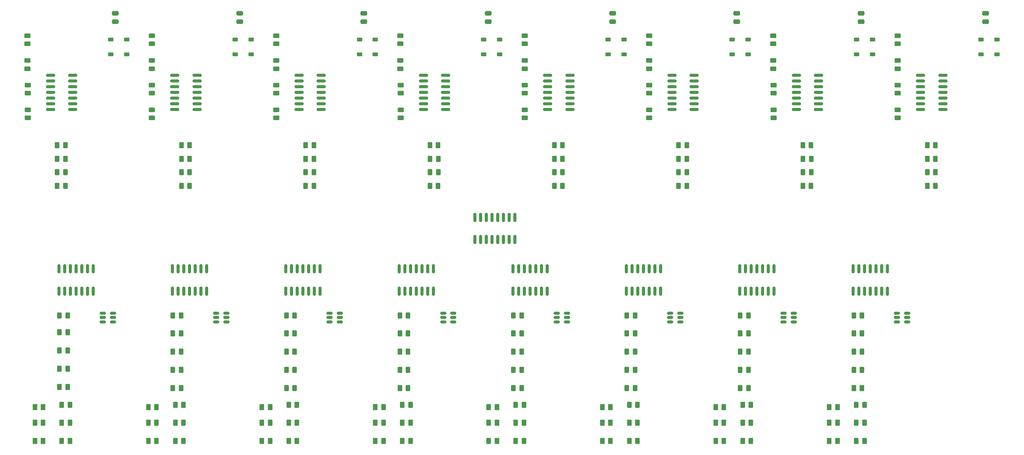
<source format=gbr>
%TF.GenerationSoftware,KiCad,Pcbnew,8.0.8-8.0.8-0~ubuntu24.04.1*%
%TF.CreationDate,2025-02-26T09:10:27-05:00*%
%TF.ProjectId,Oblique Palette 0.5.1 PCB Main,4f626c69-7175-4652-9050-616c65747465,rev?*%
%TF.SameCoordinates,Original*%
%TF.FileFunction,Paste,Bot*%
%TF.FilePolarity,Positive*%
%FSLAX46Y46*%
G04 Gerber Fmt 4.6, Leading zero omitted, Abs format (unit mm)*
G04 Created by KiCad (PCBNEW 8.0.8-8.0.8-0~ubuntu24.04.1) date 2025-02-26 09:10:27*
%MOMM*%
%LPD*%
G01*
G04 APERTURE LIST*
G04 Aperture macros list*
%AMRoundRect*
0 Rectangle with rounded corners*
0 $1 Rounding radius*
0 $2 $3 $4 $5 $6 $7 $8 $9 X,Y pos of 4 corners*
0 Add a 4 corners polygon primitive as box body*
4,1,4,$2,$3,$4,$5,$6,$7,$8,$9,$2,$3,0*
0 Add four circle primitives for the rounded corners*
1,1,$1+$1,$2,$3*
1,1,$1+$1,$4,$5*
1,1,$1+$1,$6,$7*
1,1,$1+$1,$8,$9*
0 Add four rect primitives between the rounded corners*
20,1,$1+$1,$2,$3,$4,$5,0*
20,1,$1+$1,$4,$5,$6,$7,0*
20,1,$1+$1,$6,$7,$8,$9,0*
20,1,$1+$1,$8,$9,$2,$3,0*%
G04 Aperture macros list end*
%ADD10RoundRect,0.250000X0.262500X0.450000X-0.262500X0.450000X-0.262500X-0.450000X0.262500X-0.450000X0*%
%ADD11RoundRect,0.250000X-0.450000X0.262500X-0.450000X-0.262500X0.450000X-0.262500X0.450000X0.262500X0*%
%ADD12RoundRect,0.250000X-0.262500X-0.450000X0.262500X-0.450000X0.262500X0.450000X-0.262500X0.450000X0*%
%ADD13RoundRect,0.150000X0.512500X0.150000X-0.512500X0.150000X-0.512500X-0.150000X0.512500X-0.150000X0*%
%ADD14RoundRect,0.150000X0.150000X-0.825000X0.150000X0.825000X-0.150000X0.825000X-0.150000X-0.825000X0*%
%ADD15RoundRect,0.225000X-0.375000X0.225000X-0.375000X-0.225000X0.375000X-0.225000X0.375000X0.225000X0*%
%ADD16RoundRect,0.150000X0.825000X0.150000X-0.825000X0.150000X-0.825000X-0.150000X0.825000X-0.150000X0*%
%ADD17RoundRect,0.250000X0.475000X-0.250000X0.475000X0.250000X-0.475000X0.250000X-0.475000X-0.250000X0*%
G04 APERTURE END LIST*
D10*
%TO.C,R116*%
X130452500Y-116710000D03*
X128627500Y-116710000D03*
%TD*%
D11*
%TO.C,R22*%
X75314000Y-35987500D03*
X75314000Y-37812500D03*
%TD*%
D10*
%TO.C,R121*%
X155162500Y-96810000D03*
X153337500Y-96810000D03*
%TD*%
D12*
%TO.C,R31*%
X109542500Y-54910000D03*
X111367500Y-54910000D03*
%TD*%
D11*
%TO.C,R18*%
X75343000Y-46987500D03*
X75343000Y-48812500D03*
%TD*%
D10*
%TO.C,R152*%
X200202500Y-120710000D03*
X198377500Y-120710000D03*
%TD*%
%TO.C,R101*%
X104662500Y-104910000D03*
X102837500Y-104910000D03*
%TD*%
%TO.C,R136*%
X174952500Y-113210000D03*
X173127500Y-113210000D03*
%TD*%
%TO.C,R97*%
X73952500Y-120710000D03*
X72127500Y-120710000D03*
%TD*%
%TO.C,R94*%
X79952500Y-116710000D03*
X78127500Y-116710000D03*
%TD*%
%TO.C,R114*%
X124452500Y-113210000D03*
X122627500Y-113210000D03*
%TD*%
D12*
%TO.C,R2*%
X26576500Y-57910000D03*
X28401500Y-57910000D03*
%TD*%
D10*
%TO.C,R117*%
X130452500Y-120760000D03*
X128627500Y-120760000D03*
%TD*%
D11*
%TO.C,R4*%
X20029000Y-46987500D03*
X20029000Y-48812500D03*
%TD*%
D10*
%TO.C,R123*%
X155162500Y-104910000D03*
X153337500Y-104910000D03*
%TD*%
D13*
%TO.C,U11*%
X39000000Y-92310000D03*
X39000000Y-93260000D03*
X39000000Y-94210000D03*
X36725000Y-94210000D03*
X36725000Y-93260000D03*
X36725000Y-92310000D03*
%TD*%
D11*
%TO.C,R50*%
X185971000Y-46957500D03*
X185971000Y-48782500D03*
%TD*%
D10*
%TO.C,R74*%
X29452500Y-116710000D03*
X27627500Y-116710000D03*
%TD*%
D14*
%TO.C,U1*%
X128445000Y-75885000D03*
X127175000Y-75885000D03*
X125905000Y-75885000D03*
X124635000Y-75885000D03*
X123365000Y-75885000D03*
X122095000Y-75885000D03*
X120825000Y-75885000D03*
X119555000Y-75885000D03*
X119555000Y-70935000D03*
X120825000Y-70935000D03*
X122095000Y-70935000D03*
X123365000Y-70935000D03*
X124635000Y-70935000D03*
X125905000Y-70935000D03*
X127175000Y-70935000D03*
X128445000Y-70935000D03*
%TD*%
D10*
%TO.C,R79*%
X54162500Y-104910000D03*
X52337500Y-104910000D03*
%TD*%
D12*
%TO.C,R53*%
X192518500Y-57910000D03*
X194343500Y-57910000D03*
%TD*%
D15*
%TO.C,D41*%
X208021000Y-31334300D03*
X208021000Y-34634300D03*
%TD*%
D12*
%TO.C,R61*%
X220175500Y-57910000D03*
X222000500Y-57910000D03*
%TD*%
D11*
%TO.C,R52*%
X185971000Y-41487500D03*
X185971000Y-43312500D03*
%TD*%
%TO.C,R12*%
X47686000Y-41487500D03*
X47686000Y-43312500D03*
%TD*%
D10*
%TO.C,R98*%
X104662500Y-92760000D03*
X102837500Y-92760000D03*
%TD*%
D12*
%TO.C,R27*%
X109547500Y-60910000D03*
X111372500Y-60910000D03*
%TD*%
D15*
%TO.C,D29*%
X152707000Y-31334300D03*
X152707000Y-34634300D03*
%TD*%
D10*
%TO.C,R81*%
X48702500Y-113210000D03*
X46877500Y-113210000D03*
%TD*%
%TO.C,R100*%
X104662500Y-100860000D03*
X102837500Y-100860000D03*
%TD*%
D11*
%TO.C,R16*%
X47657000Y-30452500D03*
X47657000Y-32277500D03*
%TD*%
D16*
%TO.C,U4*%
X57715000Y-39290000D03*
X57715000Y-40560000D03*
X57715000Y-41830000D03*
X57715000Y-43100000D03*
X57715000Y-44370000D03*
X57715000Y-45640000D03*
X57715000Y-46910000D03*
X52765000Y-46910000D03*
X52765000Y-45640000D03*
X52765000Y-44370000D03*
X52765000Y-43100000D03*
X52765000Y-41830000D03*
X52765000Y-40560000D03*
X52765000Y-39290000D03*
%TD*%
D17*
%TO.C,C14*%
X177814000Y-27360000D03*
X177814000Y-25460000D03*
%TD*%
D10*
%TO.C,R138*%
X180952500Y-116710000D03*
X179127500Y-116710000D03*
%TD*%
D11*
%TO.C,R30*%
X102971000Y-35987500D03*
X102971000Y-37812500D03*
%TD*%
D10*
%TO.C,R141*%
X174952500Y-120710000D03*
X173127500Y-120710000D03*
%TD*%
D12*
%TO.C,R49*%
X192513500Y-63910000D03*
X194338500Y-63910000D03*
%TD*%
%TO.C,R17*%
X81885500Y-63910000D03*
X83710500Y-63910000D03*
%TD*%
D16*
%TO.C,U9*%
X196000000Y-39290000D03*
X196000000Y-40560000D03*
X196000000Y-41830000D03*
X196000000Y-43100000D03*
X196000000Y-44370000D03*
X196000000Y-45640000D03*
X196000000Y-46910000D03*
X191050000Y-46910000D03*
X191050000Y-45640000D03*
X191050000Y-44370000D03*
X191050000Y-43100000D03*
X191050000Y-41830000D03*
X191050000Y-40560000D03*
X191050000Y-39290000D03*
%TD*%
%TO.C,U7*%
X140686000Y-39290000D03*
X140686000Y-40560000D03*
X140686000Y-41830000D03*
X140686000Y-43100000D03*
X140686000Y-44370000D03*
X140686000Y-45640000D03*
X140686000Y-46910000D03*
X135736000Y-46910000D03*
X135736000Y-45640000D03*
X135736000Y-44370000D03*
X135736000Y-43100000D03*
X135736000Y-41830000D03*
X135736000Y-40560000D03*
X135736000Y-39290000D03*
%TD*%
D10*
%TO.C,R73*%
X29452500Y-112660000D03*
X27627500Y-112660000D03*
%TD*%
%TO.C,R129*%
X149702500Y-116660000D03*
X147877500Y-116660000D03*
%TD*%
D11*
%TO.C,R46*%
X158285000Y-35987500D03*
X158285000Y-37812500D03*
%TD*%
D10*
%TO.C,R125*%
X149702500Y-113210000D03*
X147877500Y-113210000D03*
%TD*%
D11*
%TO.C,R26*%
X103000000Y-46987500D03*
X103000000Y-48812500D03*
%TD*%
D10*
%TO.C,R147*%
X200202500Y-113210000D03*
X198377500Y-113210000D03*
%TD*%
%TO.C,R139*%
X180952500Y-120760000D03*
X179127500Y-120760000D03*
%TD*%
D12*
%TO.C,R11*%
X54233500Y-60910000D03*
X56058500Y-60910000D03*
%TD*%
D10*
%TO.C,R84*%
X54702500Y-112660000D03*
X52877500Y-112660000D03*
%TD*%
D12*
%TO.C,R21*%
X81890500Y-57910000D03*
X83715500Y-57910000D03*
%TD*%
%TO.C,R63*%
X220170500Y-54910000D03*
X221995500Y-54910000D03*
%TD*%
D16*
%TO.C,U3*%
X30058000Y-39290000D03*
X30058000Y-40560000D03*
X30058000Y-41830000D03*
X30058000Y-43100000D03*
X30058000Y-44370000D03*
X30058000Y-45640000D03*
X30058000Y-46910000D03*
X25108000Y-46910000D03*
X25108000Y-45640000D03*
X25108000Y-44370000D03*
X25108000Y-43100000D03*
X25108000Y-41830000D03*
X25108000Y-40560000D03*
X25108000Y-39290000D03*
%TD*%
D13*
%TO.C,U23*%
X190500000Y-92310000D03*
X190500000Y-93260000D03*
X190500000Y-94210000D03*
X188225000Y-94210000D03*
X188225000Y-93260000D03*
X188225000Y-92310000D03*
%TD*%
D12*
%TO.C,R19*%
X81890500Y-60910000D03*
X83715500Y-60910000D03*
%TD*%
D16*
%TO.C,U5*%
X85372000Y-39290000D03*
X85372000Y-40560000D03*
X85372000Y-41830000D03*
X85372000Y-43100000D03*
X85372000Y-44370000D03*
X85372000Y-45640000D03*
X85372000Y-46910000D03*
X80422000Y-46910000D03*
X80422000Y-45640000D03*
X80422000Y-44370000D03*
X80422000Y-43100000D03*
X80422000Y-41830000D03*
X80422000Y-40560000D03*
X80422000Y-39290000D03*
%TD*%
D12*
%TO.C,R9*%
X54228500Y-63910000D03*
X56053500Y-63910000D03*
%TD*%
D13*
%TO.C,U13*%
X64250000Y-92310000D03*
X64250000Y-93260000D03*
X64250000Y-94210000D03*
X61975000Y-94210000D03*
X61975000Y-93260000D03*
X61975000Y-92310000D03*
%TD*%
D10*
%TO.C,R122*%
X155162500Y-100860000D03*
X153337500Y-100860000D03*
%TD*%
D12*
%TO.C,R25*%
X109542500Y-63910000D03*
X111367500Y-63910000D03*
%TD*%
D17*
%TO.C,C16*%
X233128000Y-27360000D03*
X233128000Y-25460000D03*
%TD*%
D12*
%TO.C,R45*%
X164861500Y-57910000D03*
X166686500Y-57910000D03*
%TD*%
D11*
%TO.C,R40*%
X130628000Y-30452500D03*
X130628000Y-32277500D03*
%TD*%
%TO.C,R62*%
X213599000Y-35987500D03*
X213599000Y-37812500D03*
%TD*%
D10*
%TO.C,R111*%
X129912500Y-100860000D03*
X128087500Y-100860000D03*
%TD*%
%TO.C,R68*%
X28912500Y-104660000D03*
X27087500Y-104660000D03*
%TD*%
%TO.C,R107*%
X99202500Y-116660000D03*
X97377500Y-116660000D03*
%TD*%
D12*
%TO.C,R41*%
X164856500Y-63910000D03*
X166681500Y-63910000D03*
%TD*%
D10*
%TO.C,R131*%
X180412500Y-92760000D03*
X178587500Y-92760000D03*
%TD*%
%TO.C,R140*%
X174952500Y-116660000D03*
X173127500Y-116660000D03*
%TD*%
D14*
%TO.C,U18*%
X110350000Y-87360000D03*
X109080000Y-87360000D03*
X107810000Y-87360000D03*
X106540000Y-87360000D03*
X105270000Y-87360000D03*
X104000000Y-87360000D03*
X102730000Y-87360000D03*
X102730000Y-82410000D03*
X104000000Y-82410000D03*
X105270000Y-82410000D03*
X106540000Y-82410000D03*
X107810000Y-82410000D03*
X109080000Y-82410000D03*
X110350000Y-82410000D03*
%TD*%
D15*
%TO.C,D46*%
X232128000Y-31334300D03*
X232128000Y-34634300D03*
%TD*%
D10*
%TO.C,R135*%
X180412500Y-108960000D03*
X178587500Y-108960000D03*
%TD*%
%TO.C,R93*%
X79952500Y-112660000D03*
X78127500Y-112660000D03*
%TD*%
%TO.C,R88*%
X79412500Y-96810000D03*
X77587500Y-96810000D03*
%TD*%
D15*
%TO.C,D4*%
X38529000Y-31334300D03*
X38529000Y-34634300D03*
%TD*%
D11*
%TO.C,R38*%
X130628000Y-35987500D03*
X130628000Y-37812500D03*
%TD*%
D10*
%TO.C,R118*%
X124452500Y-116660000D03*
X122627500Y-116660000D03*
%TD*%
D12*
%TO.C,R1*%
X26571500Y-54910000D03*
X28396500Y-54910000D03*
%TD*%
D13*
%TO.C,U25*%
X215750000Y-92310000D03*
X215750000Y-93260000D03*
X215750000Y-94210000D03*
X213475000Y-94210000D03*
X213475000Y-93260000D03*
X213475000Y-92310000D03*
%TD*%
D10*
%TO.C,R70*%
X23452500Y-113210000D03*
X21627500Y-113210000D03*
%TD*%
%TO.C,R149*%
X206202500Y-116710000D03*
X204377500Y-116710000D03*
%TD*%
D11*
%TO.C,R56*%
X185942000Y-30452500D03*
X185942000Y-32277500D03*
%TD*%
%TO.C,R7*%
X20000000Y-35987500D03*
X20000000Y-37812500D03*
%TD*%
%TO.C,R5*%
X20029000Y-41487500D03*
X20029000Y-43312500D03*
%TD*%
D10*
%TO.C,R145*%
X205662500Y-104910000D03*
X203837500Y-104910000D03*
%TD*%
D13*
%TO.C,U19*%
X140000000Y-92310000D03*
X140000000Y-93260000D03*
X140000000Y-94210000D03*
X137725000Y-94210000D03*
X137725000Y-93260000D03*
X137725000Y-92310000D03*
%TD*%
D12*
%TO.C,R39*%
X137199500Y-54910000D03*
X139024500Y-54910000D03*
%TD*%
%TO.C,R43*%
X164861500Y-60910000D03*
X166686500Y-60910000D03*
%TD*%
D10*
%TO.C,R148*%
X206202500Y-112660000D03*
X204377500Y-112660000D03*
%TD*%
%TO.C,R128*%
X155702500Y-120760000D03*
X153877500Y-120760000D03*
%TD*%
D14*
%TO.C,U20*%
X135600000Y-87360000D03*
X134330000Y-87360000D03*
X133060000Y-87360000D03*
X131790000Y-87360000D03*
X130520000Y-87360000D03*
X129250000Y-87360000D03*
X127980000Y-87360000D03*
X127980000Y-82410000D03*
X129250000Y-82410000D03*
X130520000Y-82410000D03*
X131790000Y-82410000D03*
X133060000Y-82410000D03*
X134330000Y-82410000D03*
X135600000Y-82410000D03*
%TD*%
%TO.C,U22*%
X160850000Y-87360000D03*
X159580000Y-87360000D03*
X158310000Y-87360000D03*
X157040000Y-87360000D03*
X155770000Y-87360000D03*
X154500000Y-87360000D03*
X153230000Y-87360000D03*
X153230000Y-82410000D03*
X154500000Y-82410000D03*
X155770000Y-82410000D03*
X157040000Y-82410000D03*
X158310000Y-82410000D03*
X159580000Y-82410000D03*
X160850000Y-82410000D03*
%TD*%
D12*
%TO.C,R33*%
X137199500Y-63910000D03*
X139024500Y-63910000D03*
%TD*%
D13*
%TO.C,U21*%
X165250000Y-92310000D03*
X165250000Y-93260000D03*
X165250000Y-94210000D03*
X162975000Y-94210000D03*
X162975000Y-93260000D03*
X162975000Y-92310000D03*
%TD*%
D10*
%TO.C,R95*%
X79952500Y-120760000D03*
X78127500Y-120760000D03*
%TD*%
D11*
%TO.C,R58*%
X213628000Y-46957500D03*
X213628000Y-48782500D03*
%TD*%
D15*
%TO.C,D5*%
X42079000Y-31334300D03*
X42079000Y-34634300D03*
%TD*%
D10*
%TO.C,R90*%
X79412500Y-104910000D03*
X77587500Y-104910000D03*
%TD*%
D12*
%TO.C,R59*%
X220175500Y-60910000D03*
X222000500Y-60910000D03*
%TD*%
D11*
%TO.C,R20*%
X75343000Y-41487500D03*
X75343000Y-43312500D03*
%TD*%
%TO.C,R8*%
X20000000Y-30452500D03*
X20000000Y-32277500D03*
%TD*%
D10*
%TO.C,R143*%
X205662500Y-96810000D03*
X203837500Y-96810000D03*
%TD*%
%TO.C,R124*%
X155162500Y-108960000D03*
X153337500Y-108960000D03*
%TD*%
%TO.C,R110*%
X129912500Y-96810000D03*
X128087500Y-96810000D03*
%TD*%
%TO.C,R80*%
X54162500Y-108960000D03*
X52337500Y-108960000D03*
%TD*%
D15*
%TO.C,D10*%
X66186000Y-31334300D03*
X66186000Y-34634300D03*
%TD*%
D10*
%TO.C,R96*%
X73952500Y-116660000D03*
X72127500Y-116660000D03*
%TD*%
D12*
%TO.C,R55*%
X192513500Y-54910000D03*
X194338500Y-54910000D03*
%TD*%
D15*
%TO.C,D47*%
X235678000Y-31334300D03*
X235678000Y-34634300D03*
%TD*%
D10*
%TO.C,R75*%
X29452500Y-120760000D03*
X27627500Y-120760000D03*
%TD*%
D12*
%TO.C,R35*%
X137204500Y-60910000D03*
X139029500Y-60910000D03*
%TD*%
D10*
%TO.C,R99*%
X104662500Y-96810000D03*
X102837500Y-96810000D03*
%TD*%
D15*
%TO.C,D28*%
X149157000Y-31334300D03*
X149157000Y-34634300D03*
%TD*%
D17*
%TO.C,C12*%
X122500000Y-27360000D03*
X122500000Y-25460000D03*
%TD*%
D11*
%TO.C,R64*%
X213599000Y-30452500D03*
X213599000Y-32277500D03*
%TD*%
D10*
%TO.C,R83*%
X48702500Y-120710000D03*
X46877500Y-120710000D03*
%TD*%
D15*
%TO.C,D35*%
X180364000Y-31334300D03*
X180364000Y-34634300D03*
%TD*%
D17*
%TO.C,C15*%
X205471000Y-27360000D03*
X205471000Y-25460000D03*
%TD*%
D11*
%TO.C,R34*%
X130657000Y-46957500D03*
X130657000Y-48782500D03*
%TD*%
D10*
%TO.C,R133*%
X180412500Y-100860000D03*
X178587500Y-100860000D03*
%TD*%
%TO.C,R85*%
X54702500Y-116710000D03*
X52877500Y-116710000D03*
%TD*%
D11*
%TO.C,R32*%
X102971000Y-30452500D03*
X102971000Y-32277500D03*
%TD*%
D16*
%TO.C,U10*%
X223657000Y-39290000D03*
X223657000Y-40560000D03*
X223657000Y-41830000D03*
X223657000Y-43100000D03*
X223657000Y-44370000D03*
X223657000Y-45640000D03*
X223657000Y-46910000D03*
X218707000Y-46910000D03*
X218707000Y-45640000D03*
X218707000Y-44370000D03*
X218707000Y-43100000D03*
X218707000Y-41830000D03*
X218707000Y-40560000D03*
X218707000Y-39290000D03*
%TD*%
D11*
%TO.C,R54*%
X185942000Y-35987500D03*
X185942000Y-37812500D03*
%TD*%
D12*
%TO.C,R37*%
X137204500Y-57910000D03*
X139029500Y-57910000D03*
%TD*%
D10*
%TO.C,R69*%
X28912500Y-108710000D03*
X27087500Y-108710000D03*
%TD*%
%TO.C,R108*%
X99202500Y-120710000D03*
X97377500Y-120710000D03*
%TD*%
D14*
%TO.C,U26*%
X211350000Y-87360000D03*
X210080000Y-87360000D03*
X208810000Y-87360000D03*
X207540000Y-87360000D03*
X206270000Y-87360000D03*
X205000000Y-87360000D03*
X203730000Y-87360000D03*
X203730000Y-82410000D03*
X205000000Y-82410000D03*
X206270000Y-82410000D03*
X207540000Y-82410000D03*
X208810000Y-82410000D03*
X210080000Y-82410000D03*
X211350000Y-82410000D03*
%TD*%
D11*
%TO.C,R28*%
X103000000Y-41487500D03*
X103000000Y-43312500D03*
%TD*%
D15*
%TO.C,D16*%
X97314000Y-31334300D03*
X97314000Y-34634300D03*
%TD*%
D10*
%TO.C,R150*%
X206202500Y-120760000D03*
X204377500Y-120760000D03*
%TD*%
D13*
%TO.C,U15*%
X89500000Y-92310000D03*
X89500000Y-93260000D03*
X89500000Y-94210000D03*
X87225000Y-94210000D03*
X87225000Y-93260000D03*
X87225000Y-92310000D03*
%TD*%
D10*
%TO.C,R109*%
X129912500Y-92760000D03*
X128087500Y-92760000D03*
%TD*%
%TO.C,R106*%
X105202500Y-120760000D03*
X103377500Y-120760000D03*
%TD*%
D12*
%TO.C,R15*%
X54228500Y-54910000D03*
X56053500Y-54910000D03*
%TD*%
D17*
%TO.C,C10*%
X67186000Y-27360000D03*
X67186000Y-25460000D03*
%TD*%
D10*
%TO.C,R127*%
X155702500Y-116710000D03*
X153877500Y-116710000D03*
%TD*%
%TO.C,R103*%
X99202500Y-113210000D03*
X97377500Y-113210000D03*
%TD*%
D11*
%TO.C,R36*%
X130657000Y-41487500D03*
X130657000Y-43312500D03*
%TD*%
D17*
%TO.C,C11*%
X94843000Y-27360000D03*
X94843000Y-25460000D03*
%TD*%
D10*
%TO.C,R78*%
X54162500Y-100860000D03*
X52337500Y-100860000D03*
%TD*%
%TO.C,R134*%
X180412500Y-104910000D03*
X178587500Y-104910000D03*
%TD*%
%TO.C,R146*%
X205662500Y-108960000D03*
X203837500Y-108960000D03*
%TD*%
%TO.C,R126*%
X155702500Y-112660000D03*
X153877500Y-112660000D03*
%TD*%
D17*
%TO.C,C9*%
X39529000Y-27360000D03*
X39529000Y-25460000D03*
%TD*%
D14*
%TO.C,U24*%
X186100000Y-87360000D03*
X184830000Y-87360000D03*
X183560000Y-87360000D03*
X182290000Y-87360000D03*
X181020000Y-87360000D03*
X179750000Y-87360000D03*
X178480000Y-87360000D03*
X178480000Y-82410000D03*
X179750000Y-82410000D03*
X181020000Y-82410000D03*
X182290000Y-82410000D03*
X183560000Y-82410000D03*
X184830000Y-82410000D03*
X186100000Y-82410000D03*
%TD*%
D10*
%TO.C,R76*%
X54162500Y-92760000D03*
X52337500Y-92760000D03*
%TD*%
D12*
%TO.C,R57*%
X220170500Y-63910000D03*
X221995500Y-63910000D03*
%TD*%
%TO.C,R23*%
X81885500Y-54910000D03*
X83710500Y-54910000D03*
%TD*%
D11*
%TO.C,R24*%
X75314000Y-30452500D03*
X75314000Y-32277500D03*
%TD*%
D12*
%TO.C,R3*%
X26576500Y-60910000D03*
X28401500Y-60910000D03*
%TD*%
D10*
%TO.C,R86*%
X54702500Y-120760000D03*
X52877500Y-120760000D03*
%TD*%
D17*
%TO.C,C13*%
X150157000Y-27360000D03*
X150157000Y-25460000D03*
%TD*%
D11*
%TO.C,R60*%
X213628000Y-41487500D03*
X213628000Y-43312500D03*
%TD*%
D10*
%TO.C,R119*%
X124452500Y-120710000D03*
X122627500Y-120710000D03*
%TD*%
%TO.C,R67*%
X28912500Y-100610000D03*
X27087500Y-100610000D03*
%TD*%
D11*
%TO.C,R10*%
X47686000Y-46987500D03*
X47686000Y-48812500D03*
%TD*%
D10*
%TO.C,R77*%
X54162500Y-96810000D03*
X52337500Y-96810000D03*
%TD*%
%TO.C,R66*%
X28912500Y-96560000D03*
X27087500Y-96560000D03*
%TD*%
D15*
%TO.C,D23*%
X125050000Y-31334300D03*
X125050000Y-34634300D03*
%TD*%
D12*
%TO.C,R29*%
X109547500Y-57910000D03*
X111372500Y-57910000D03*
%TD*%
D15*
%TO.C,D17*%
X93843000Y-31334300D03*
X93843000Y-34634300D03*
%TD*%
%TO.C,D22*%
X121500000Y-31334300D03*
X121500000Y-34634300D03*
%TD*%
D14*
%TO.C,U14*%
X59850000Y-87360000D03*
X58580000Y-87360000D03*
X57310000Y-87360000D03*
X56040000Y-87360000D03*
X54770000Y-87360000D03*
X53500000Y-87360000D03*
X52230000Y-87360000D03*
X52230000Y-82410000D03*
X53500000Y-82410000D03*
X54770000Y-82410000D03*
X56040000Y-82410000D03*
X57310000Y-82410000D03*
X58580000Y-82410000D03*
X59850000Y-82410000D03*
%TD*%
D11*
%TO.C,R44*%
X158314000Y-41487500D03*
X158314000Y-43312500D03*
%TD*%
D16*
%TO.C,U8*%
X168343000Y-39290000D03*
X168343000Y-40560000D03*
X168343000Y-41830000D03*
X168343000Y-43100000D03*
X168343000Y-44370000D03*
X168343000Y-45640000D03*
X168343000Y-46910000D03*
X163393000Y-46910000D03*
X163393000Y-45640000D03*
X163393000Y-44370000D03*
X163393000Y-43100000D03*
X163393000Y-41830000D03*
X163393000Y-40560000D03*
X163393000Y-39290000D03*
%TD*%
D10*
%TO.C,R130*%
X149702500Y-120710000D03*
X147877500Y-120710000D03*
%TD*%
%TO.C,R144*%
X205662500Y-100860000D03*
X203837500Y-100860000D03*
%TD*%
%TO.C,R137*%
X180952500Y-112660000D03*
X179127500Y-112660000D03*
%TD*%
D11*
%TO.C,R42*%
X158314000Y-46957500D03*
X158314000Y-48782500D03*
%TD*%
D15*
%TO.C,D34*%
X176814000Y-31334300D03*
X176814000Y-34634300D03*
%TD*%
D10*
%TO.C,R102*%
X104662500Y-108960000D03*
X102837500Y-108960000D03*
%TD*%
%TO.C,R72*%
X23452500Y-120710000D03*
X21627500Y-120710000D03*
%TD*%
%TO.C,R105*%
X105202500Y-116710000D03*
X103377500Y-116710000D03*
%TD*%
D11*
%TO.C,R48*%
X158285000Y-30452500D03*
X158285000Y-32277500D03*
%TD*%
D12*
%TO.C,R13*%
X54233500Y-57910000D03*
X56058500Y-57910000D03*
%TD*%
D10*
%TO.C,R151*%
X200202500Y-116660000D03*
X198377500Y-116660000D03*
%TD*%
%TO.C,R113*%
X129912500Y-108960000D03*
X128087500Y-108960000D03*
%TD*%
%TO.C,R71*%
X23452500Y-116660000D03*
X21627500Y-116660000D03*
%TD*%
%TO.C,R112*%
X129912500Y-104910000D03*
X128087500Y-104910000D03*
%TD*%
D15*
%TO.C,D11*%
X69736000Y-31334300D03*
X69736000Y-34634300D03*
%TD*%
D10*
%TO.C,R115*%
X130452500Y-112660000D03*
X128627500Y-112660000D03*
%TD*%
D16*
%TO.C,U6*%
X113029000Y-39290000D03*
X113029000Y-40560000D03*
X113029000Y-41830000D03*
X113029000Y-43100000D03*
X113029000Y-44370000D03*
X113029000Y-45640000D03*
X113029000Y-46910000D03*
X108079000Y-46910000D03*
X108079000Y-45640000D03*
X108079000Y-44370000D03*
X108079000Y-43100000D03*
X108079000Y-41830000D03*
X108079000Y-40560000D03*
X108079000Y-39290000D03*
%TD*%
D14*
%TO.C,U12*%
X34600000Y-87360000D03*
X33330000Y-87360000D03*
X32060000Y-87360000D03*
X30790000Y-87360000D03*
X29520000Y-87360000D03*
X28250000Y-87360000D03*
X26980000Y-87360000D03*
X26980000Y-82410000D03*
X28250000Y-82410000D03*
X29520000Y-82410000D03*
X30790000Y-82410000D03*
X32060000Y-82410000D03*
X33330000Y-82410000D03*
X34600000Y-82410000D03*
%TD*%
D10*
%TO.C,R82*%
X48702500Y-116660000D03*
X46877500Y-116660000D03*
%TD*%
%TO.C,R91*%
X79412500Y-108960000D03*
X77587500Y-108960000D03*
%TD*%
%TO.C,R132*%
X180412500Y-96810000D03*
X178587500Y-96810000D03*
%TD*%
D13*
%TO.C,U17*%
X114750000Y-92310000D03*
X114750000Y-93260000D03*
X114750000Y-94210000D03*
X112475000Y-94210000D03*
X112475000Y-93260000D03*
X112475000Y-92310000D03*
%TD*%
D10*
%TO.C,R87*%
X79412500Y-92760000D03*
X77587500Y-92760000D03*
%TD*%
D14*
%TO.C,U16*%
X85100000Y-87360000D03*
X83830000Y-87360000D03*
X82560000Y-87360000D03*
X81290000Y-87360000D03*
X80020000Y-87360000D03*
X78750000Y-87360000D03*
X77480000Y-87360000D03*
X77480000Y-82410000D03*
X78750000Y-82410000D03*
X80020000Y-82410000D03*
X81290000Y-82410000D03*
X82560000Y-82410000D03*
X83830000Y-82410000D03*
X85100000Y-82410000D03*
%TD*%
D10*
%TO.C,R89*%
X79412500Y-100860000D03*
X77587500Y-100860000D03*
%TD*%
%TO.C,R104*%
X105202500Y-112660000D03*
X103377500Y-112660000D03*
%TD*%
%TO.C,R92*%
X73952500Y-113210000D03*
X72127500Y-113210000D03*
%TD*%
D15*
%TO.C,D40*%
X204471000Y-31334300D03*
X204471000Y-34634300D03*
%TD*%
D11*
%TO.C,R14*%
X47657000Y-35987500D03*
X47657000Y-37812500D03*
%TD*%
D12*
%TO.C,R47*%
X164856500Y-54910000D03*
X166681500Y-54910000D03*
%TD*%
D10*
%TO.C,R65*%
X28912500Y-92760000D03*
X27087500Y-92760000D03*
%TD*%
D12*
%TO.C,R6*%
X26571500Y-63910000D03*
X28396500Y-63910000D03*
%TD*%
D10*
%TO.C,R142*%
X205662500Y-92760000D03*
X203837500Y-92760000D03*
%TD*%
%TO.C,R120*%
X155162500Y-92760000D03*
X153337500Y-92760000D03*
%TD*%
D12*
%TO.C,R51*%
X192518500Y-60910000D03*
X194343500Y-60910000D03*
%TD*%
M02*

</source>
